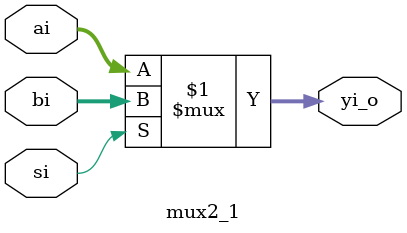
<source format=sv>
`timescale 1ns / 1ps

module mux2_1(
    input [7:0] ai,
    input [7:0] bi,
    input si,
    output [7:0] yi_o
    );
    assign yi_o = si ? bi : ai;
endmodule

</source>
